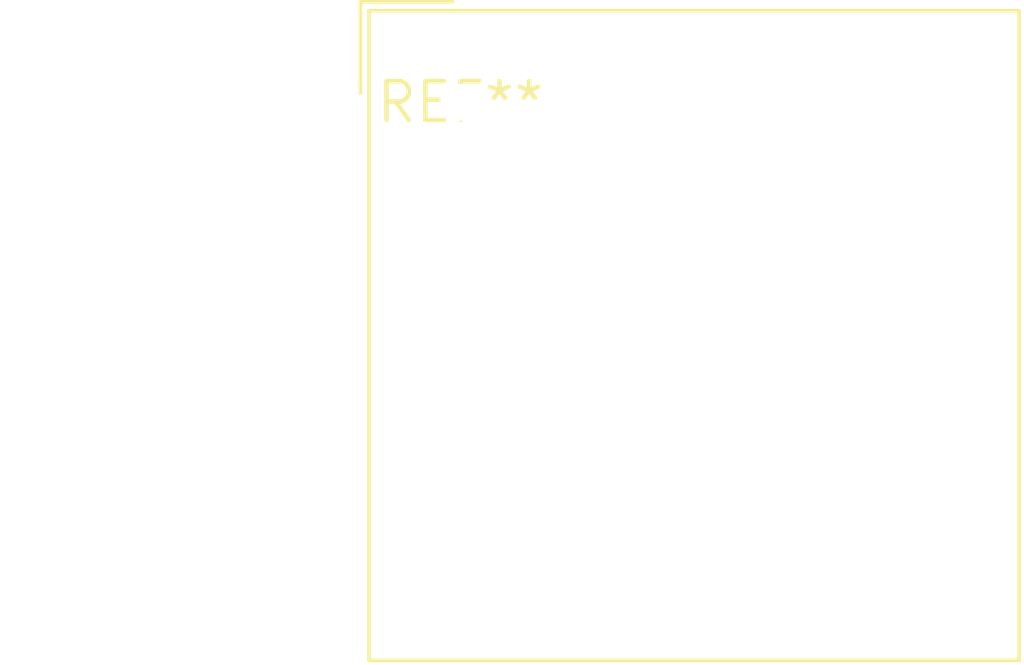
<source format=kicad_pcb>
(kicad_pcb (version 20240108) (generator pcbnew)
  (layers (0 "F.Cu" signal) (31 "B.Cu" signal) (34 "B.Paste" user) (35 "F.Paste" user) (36 "B.SilkS" user "B.Silkscreen") (37 "F.SilkS" user "F.Silkscreen") (38 "B.Mask" user) (39 "F.Mask" user) (44 "Edge.Cuts" user))
  (net 0 "")
  (footprint "Transformer_Myrra_EF20_7408x" (layer "F.Cu") (at 0 0)
    (property "Reference" "REF**")
    (property "Value" "Transformer_Myrra_EF20_7408x")
    (fp_line (start -3.27 -3.28) (end -3.27 -0.28) (layer "F.SilkS") (stroke (width 0.12)))
    (fp_line (start -2.99 -2.99) (end -2.99 18.23) (layer "F.SilkS") (stroke (width 0.12)))
    (fp_line (start -2.99 18.23) (end 18.23 18.23) (layer "F.SilkS") (stroke (width 0.12)))
    (fp_line (start -0.27 -3.28) (end -3.27 -3.28) (layer "F.SilkS") (stroke (width 0.12)))
    (fp_line (start 18.23 -2.99) (end -2.99 -2.99) (layer "F.SilkS") (stroke (width 0.12)))
    (fp_line (start 18.23 18.23) (end 18.23 -2.99) (layer "F.SilkS") (stroke (width 0.12)))
    (pad "1" thru_hole rect (at 0 0) (size 2.5 2.5) (drill 1.2) (layers *.Cu *.Mask) (remove_unused_layers))
    (pad "2" thru_hole circle (at 0 3.81) (size 2.5 2.5) (drill 1.2) (layers *.Cu *.Mask) (remove_unused_layers))
    (pad "4" thru_hole circle (at 0 11.43) (size 2.5 2.5) (drill 1.2) (layers *.Cu *.Mask) (remove_unused_layers))
    (pad "5" thru_hole circle (at 0 15.24) (size 2.5 2.5) (drill 1.2) (layers *.Cu *.Mask) (remove_unused_layers))
    (pad "6" thru_hole circle (at 15.24 15.24) (size 2.5 2.5) (drill 1.2) (layers *.Cu *.Mask) (remove_unused_layers))
    (pad "7" thru_hole circle (at 15.24 11.43) (size 2.5 2.5) (drill 1.2) (layers *.Cu *.Mask) (remove_unused_layers))
    (pad "8" thru_hole circle (at 15.24 7.62) (size 2.5 2.5) (drill 1.2) (layers *.Cu *.Mask) (remove_unused_layers))
    (pad "9" thru_hole circle (at 15.24 3.81) (size 2.5 2.5) (drill 1.2) (layers *.Cu *.Mask) (remove_unused_layers))
    (pad "10" thru_hole circle (at 15.24 0) (size 2.5 2.5) (drill 1.2) (layers *.Cu *.Mask) (remove_unused_layers))
  )
)
</source>
